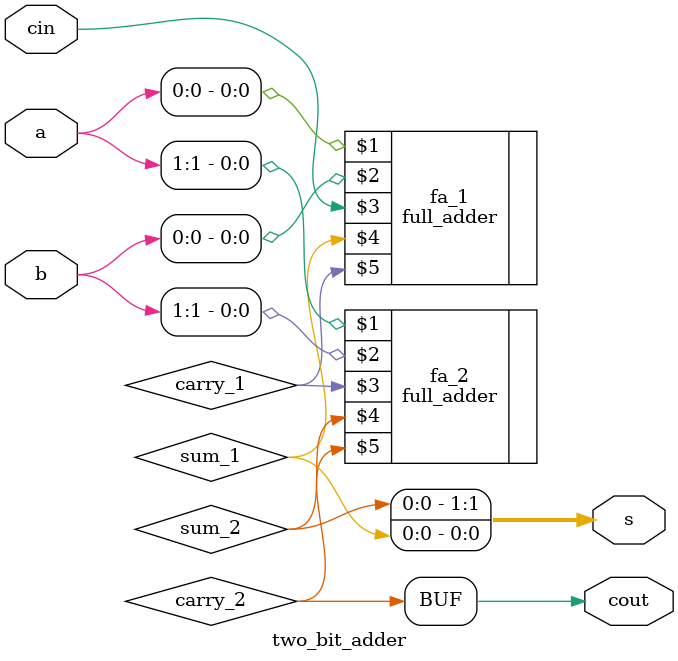
<source format=sv>
`timescale 1ns / 1ps

//Implementation of two_bit_adder
module two_bit_adder(input logic [1:0]a,
                    input logic [1:0]b,
                    input logic cin,
                    output logic [1:0]s, 
                    output logic cout);
                
    logic sum_1, sum_2, carry_1, carry_2;
    
    full_adder fa_1(a[0], b[0], cin, sum_1, carry_1);
    full_adder fa_2(a[1], b[1], carry_1, sum_2, carry_2);
    
    assign s[0] = sum_1;
    assign s[1] = sum_2;
    assign cout = carry_2;

endmodule

</source>
